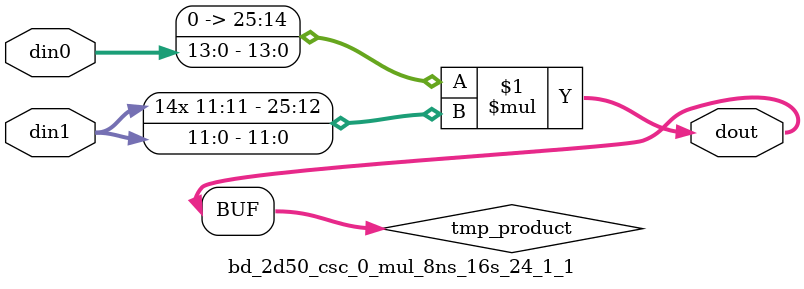
<source format=v>

`timescale 1 ns / 1 ps

  module bd_2d50_csc_0_mul_8ns_16s_24_1_1(din0, din1, dout);
parameter ID = 1;
parameter NUM_STAGE = 0;
parameter din0_WIDTH = 14;
parameter din1_WIDTH = 12;
parameter dout_WIDTH = 26;

input [din0_WIDTH - 1 : 0] din0; 
input [din1_WIDTH - 1 : 0] din1; 
output [dout_WIDTH - 1 : 0] dout;

wire signed [dout_WIDTH - 1 : 0] tmp_product;











assign tmp_product = $signed({1'b0, din0}) * $signed(din1);










assign dout = tmp_product;







endmodule

</source>
